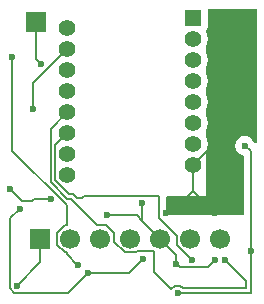
<source format=gbr>
%TF.GenerationSoftware,KiCad,Pcbnew,9.0.5*%
%TF.CreationDate,2025-11-21T21:53:36+01:00*%
%TF.ProjectId,keyballTrackballPCB,6b657962-616c-46c5-9472-61636b62616c,1.0*%
%TF.SameCoordinates,Original*%
%TF.FileFunction,Copper,L2,Bot*%
%TF.FilePolarity,Positive*%
%FSLAX46Y46*%
G04 Gerber Fmt 4.6, Leading zero omitted, Abs format (unit mm)*
G04 Created by KiCad (PCBNEW 9.0.5) date 2025-11-21 21:53:36*
%MOMM*%
%LPD*%
G01*
G04 APERTURE LIST*
%TA.AperFunction,ComponentPad*%
%ADD10R,1.700000X1.700000*%
%TD*%
%TA.AperFunction,ComponentPad*%
%ADD11R,1.400000X1.400000*%
%TD*%
%TA.AperFunction,ComponentPad*%
%ADD12C,1.400000*%
%TD*%
%TA.AperFunction,ComponentPad*%
%ADD13C,1.700000*%
%TD*%
%TA.AperFunction,ViaPad*%
%ADD14C,0.600000*%
%TD*%
%TA.AperFunction,Conductor*%
%ADD15C,0.200000*%
%TD*%
G04 APERTURE END LIST*
D10*
%TO.P,J2,1,Pin_1*%
%TO.N,/1.9V*%
X87000000Y-81200000D03*
%TD*%
D11*
%TO.P,U4,1,NC*%
%TO.N,unconnected-(U4-NC-Pad1)*%
X100350000Y-80880000D03*
D12*
%TO.P,U4,2,NC*%
%TO.N,unconnected-(U4-NC-Pad2)*%
X100350000Y-82660000D03*
%TO.P,U4,3,VDDPIX*%
%TO.N,Net-(U4-VDDPIX)*%
X100350000Y-84440000D03*
%TO.P,U4,4,VDD*%
%TO.N,/1.9V*%
X100350000Y-86220000D03*
%TO.P,U4,5,VDDIO*%
%TO.N,Net-(U4-VDDIO)*%
X100350000Y-88000000D03*
%TO.P,U4,6,NC*%
%TO.N,unconnected-(U4-NC-Pad6)*%
X100350000Y-89780000D03*
%TO.P,U4,7,~{NRESET}*%
%TO.N,Net-(U4-~{NRESET})*%
X100350000Y-91560000D03*
%TO.P,U4,8,GND*%
%TO.N,GND*%
X100350000Y-93340000D03*
%TO.P,U4,9,MOTION*%
%TO.N,unconnected-(U4-MOTION-Pad9)*%
X89650000Y-94230000D03*
%TO.P,U4,10,SCLK*%
%TO.N,Net-(U2-A1)*%
X89650000Y-92450000D03*
%TO.P,U4,11,MOSI*%
%TO.N,Net-(U3-A1)*%
X89650000Y-90670000D03*
%TO.P,U4,12,MISO*%
%TO.N,Net-(U3-A2)*%
X89650000Y-88890000D03*
%TO.P,U4,13,~{NCS}*%
%TO.N,Net-(U4-~{NCS})*%
X89650000Y-87110000D03*
%TO.P,U4,14,NC*%
%TO.N,unconnected-(U4-NC-Pad14)*%
X89650000Y-85330000D03*
%TO.P,U4,15,LED_P*%
%TO.N,Net-(U4-LED_P)*%
X89650000Y-83550000D03*
%TO.P,U4,16,NC*%
%TO.N,unconnected-(U4-NC-Pad16)*%
X89650000Y-81770000D03*
%TD*%
D10*
%TO.P,J1,1,Pin_1*%
%TO.N,/SCLK*%
X87380000Y-99600000D03*
D13*
%TO.P,J1,2,Pin_2*%
%TO.N,/NCS*%
X89920000Y-99600000D03*
%TO.P,J1,3,Pin_3*%
%TO.N,GND*%
X92460000Y-99600000D03*
%TO.P,J1,4,Pin_4*%
%TO.N,/5V*%
X95000000Y-99600000D03*
%TO.P,J1,5,Pin_5*%
%TO.N,GND*%
X97540000Y-99600000D03*
%TO.P,J1,6,Pin_6*%
%TO.N,/MOSI*%
X100080000Y-99600000D03*
%TO.P,J1,7,Pin_7*%
%TO.N,/MISO*%
X102620000Y-99600000D03*
%TD*%
D14*
%TO.N,GND*%
X103800000Y-85800000D03*
X105399000Y-88600000D03*
X98000000Y-97400000D03*
X102200000Y-101400000D03*
X96000000Y-96600000D03*
X102200000Y-97400000D03*
X93000000Y-97600000D03*
X98900000Y-101700000D03*
%TO.N,/1.9V*%
X91400000Y-102500000D03*
X87400000Y-84800000D03*
X85627817Y-97027817D03*
X96100000Y-101300000D03*
%TO.N,Net-(U1-FB)*%
X105200000Y-100600000D03*
X99000000Y-104200000D03*
X104700000Y-91700000D03*
%TO.N,/SCLK*%
X85407118Y-103550000D03*
%TO.N,Net-(U2-A2)*%
X85012500Y-84187500D03*
X90600000Y-101800000D03*
%TO.N,Net-(U4-LED_P)*%
X86800000Y-88600000D03*
%TO.N,Net-(U4-~{NRESET})*%
X88245644Y-96224000D03*
X84801000Y-95400000D03*
%TO.N,Net-(U3-A2)*%
X103000000Y-101400000D03*
%TO.N,Net-(U3-A1)*%
X100200000Y-101400000D03*
%TD*%
D15*
%TO.N,GND*%
X105399000Y-88600000D02*
X103800000Y-87001000D01*
X96000000Y-98060000D02*
X97540000Y-99600000D01*
X103800000Y-89890000D02*
X100350000Y-93340000D01*
X98000000Y-97400000D02*
X98500000Y-97400000D01*
X101599000Y-102001000D02*
X99201000Y-102001000D01*
X93000000Y-97600000D02*
X95540000Y-97600000D01*
X100350000Y-95550000D02*
X102200000Y-97400000D01*
X98900000Y-101700000D02*
X98900000Y-100960000D01*
X95540000Y-97600000D02*
X96000000Y-98060000D01*
X96000000Y-96600000D02*
X96000000Y-98060000D01*
X103800000Y-87000000D02*
X103800000Y-89890000D01*
X99201000Y-102001000D02*
X98900000Y-101700000D01*
X103800000Y-87001000D02*
X103800000Y-87000000D01*
X98900000Y-100960000D02*
X97540000Y-99600000D01*
X102200000Y-101400000D02*
X101599000Y-102001000D01*
X98500000Y-97400000D02*
X100350000Y-95550000D01*
X100350000Y-93340000D02*
X100350000Y-95550000D01*
X103800000Y-87000000D02*
X103800000Y-85800000D01*
%TO.N,/1.9V*%
X89749000Y-104151000D02*
X85158175Y-104151000D01*
X85158175Y-104151000D02*
X84800000Y-103792825D01*
X87000000Y-84400000D02*
X87000000Y-81200000D01*
X87400000Y-84800000D02*
X87000000Y-84400000D01*
X84800000Y-103792825D02*
X84800000Y-97855634D01*
X84800000Y-97855634D02*
X85627817Y-97027817D01*
X91400000Y-102500000D02*
X89749000Y-104151000D01*
X91400000Y-102500000D02*
X94900000Y-102500000D01*
X94900000Y-102500000D02*
X96100000Y-101300000D01*
%TO.N,Net-(U1-FB)*%
X104700000Y-91700000D02*
X105200000Y-92200000D01*
X105200000Y-92200000D02*
X105200000Y-100600000D01*
X105200000Y-104200000D02*
X105200000Y-100600000D01*
X99000000Y-104200000D02*
X105200000Y-104200000D01*
%TO.N,/SCLK*%
X85407118Y-103550000D02*
X87380000Y-101577118D01*
X87380000Y-101577118D02*
X87380000Y-99600000D01*
%TO.N,Net-(U2-A2)*%
X89600000Y-96729828D02*
X85012500Y-92142328D01*
X89600000Y-100907760D02*
X89600000Y-100751000D01*
X89443240Y-100751000D02*
X88769000Y-100076760D01*
X88769000Y-99123240D02*
X89443240Y-98449000D01*
X89443240Y-98449000D02*
X89600000Y-98449000D01*
X88769000Y-100076760D02*
X88769000Y-99123240D01*
X85012500Y-92142328D02*
X85012500Y-84187500D01*
X89600000Y-100751000D02*
X89443240Y-100751000D01*
X90492240Y-101800000D02*
X89600000Y-100907760D01*
X90600000Y-101800000D02*
X90492240Y-101800000D01*
X89600000Y-98449000D02*
X89600000Y-96729828D01*
%TO.N,Net-(U4-LED_P)*%
X86800000Y-86400000D02*
X89650000Y-83550000D01*
X86800000Y-88600000D02*
X86800000Y-86400000D01*
%TO.N,Net-(U4-~{NRESET})*%
X86652375Y-96400000D02*
X85801000Y-96400000D01*
X88245644Y-96224000D02*
X86828375Y-96224000D01*
X85801000Y-96400000D02*
X84801000Y-95400000D01*
X86828375Y-96224000D02*
X86652375Y-96400000D01*
%TO.N,Net-(U3-A2)*%
X104799000Y-103199000D02*
X104799000Y-103799000D01*
X89983958Y-96201000D02*
X89638272Y-96201000D01*
X93611000Y-99123240D02*
X92936760Y-98449000D01*
X94523240Y-100751000D02*
X93611000Y-99838760D01*
X89983958Y-96211718D02*
X89983958Y-96201000D01*
X99248943Y-103599000D02*
X98751057Y-103599000D01*
X89638272Y-96201000D02*
X88248000Y-94810728D01*
X92221240Y-98449000D02*
X89983958Y-96211718D01*
X104799000Y-103799000D02*
X99448943Y-103799000D01*
X97000000Y-100687760D02*
X96912240Y-100600000D01*
X99448943Y-103799000D02*
X99248943Y-103599000D01*
X88248000Y-94810728D02*
X88248000Y-90292000D01*
X98751057Y-103599000D02*
X98474528Y-103875528D01*
X95476760Y-100751000D02*
X94523240Y-100751000D01*
X97000000Y-102401000D02*
X97000000Y-100687760D01*
X92936760Y-98449000D02*
X92221240Y-98449000D01*
X93611000Y-99838760D02*
X93611000Y-99123240D01*
X98474528Y-103875528D02*
X97000000Y-102401000D01*
X88248000Y-90292000D02*
X89650000Y-88890000D01*
X103000000Y-101400000D02*
X104799000Y-103199000D01*
X95627760Y-100600000D02*
X95476760Y-100751000D01*
X96912240Y-100600000D02*
X95627760Y-100600000D01*
%TO.N,Net-(U3-A1)*%
X89804372Y-95800000D02*
X88649000Y-94644628D01*
X98929000Y-99329000D02*
X97400000Y-97800000D01*
X88649000Y-91671000D02*
X89650000Y-90670000D01*
X100200000Y-101400000D02*
X98929000Y-100129000D01*
X88649000Y-94644628D02*
X88649000Y-91671000D01*
X90948942Y-96101000D02*
X90451058Y-96101000D01*
X97400000Y-97800000D02*
X97400000Y-96000000D01*
X98929000Y-100129000D02*
X98929000Y-99329000D01*
X97400000Y-96000000D02*
X91049942Y-96000000D01*
X90451058Y-96101000D02*
X90150058Y-95800000D01*
X90150058Y-95800000D02*
X89804372Y-95800000D01*
X91049942Y-96000000D02*
X90948942Y-96101000D01*
%TD*%
%TA.AperFunction,Conductor*%
%TO.N,GND*%
G36*
X105642539Y-80120185D02*
G01*
X105688294Y-80172989D01*
X105699500Y-80224500D01*
X105699500Y-91397809D01*
X105679815Y-91464848D01*
X105627011Y-91510603D01*
X105557853Y-91520547D01*
X105494297Y-91491522D01*
X105460939Y-91445261D01*
X105409397Y-91320827D01*
X105409390Y-91320814D01*
X105321789Y-91189711D01*
X105321786Y-91189707D01*
X105210292Y-91078213D01*
X105210288Y-91078210D01*
X105079185Y-90990609D01*
X105079172Y-90990602D01*
X104933501Y-90930264D01*
X104933489Y-90930261D01*
X104778845Y-90899500D01*
X104778842Y-90899500D01*
X104621158Y-90899500D01*
X104621155Y-90899500D01*
X104466510Y-90930261D01*
X104466498Y-90930264D01*
X104320827Y-90990602D01*
X104320814Y-90990609D01*
X104189711Y-91078210D01*
X104189707Y-91078213D01*
X104078213Y-91189707D01*
X104078210Y-91189711D01*
X103990609Y-91320814D01*
X103990602Y-91320827D01*
X103930264Y-91466498D01*
X103930261Y-91466510D01*
X103899500Y-91621153D01*
X103899500Y-91778846D01*
X103930261Y-91933489D01*
X103930264Y-91933501D01*
X103990602Y-92079172D01*
X103990609Y-92079185D01*
X104078210Y-92210288D01*
X104078213Y-92210292D01*
X104189707Y-92321786D01*
X104189711Y-92321789D01*
X104320814Y-92409390D01*
X104320827Y-92409397D01*
X104408230Y-92445599D01*
X104466503Y-92469737D01*
X104499691Y-92476338D01*
X104561600Y-92508721D01*
X104596176Y-92569436D01*
X104599500Y-92597955D01*
X104599500Y-97476000D01*
X104579815Y-97543039D01*
X104527011Y-97588794D01*
X104475500Y-97600000D01*
X98124500Y-97600000D01*
X98057461Y-97580315D01*
X98011706Y-97527511D01*
X98000500Y-97476000D01*
X98000500Y-96124000D01*
X98020185Y-96056961D01*
X98072989Y-96011206D01*
X98124500Y-96000000D01*
X101400000Y-96000000D01*
X101400000Y-92173357D01*
X101413514Y-92117063D01*
X101462547Y-92020832D01*
X101520940Y-91841118D01*
X101530803Y-91778846D01*
X101550500Y-91654486D01*
X101550500Y-91465513D01*
X101520940Y-91278881D01*
X101462544Y-91099160D01*
X101413515Y-91002935D01*
X101400000Y-90946641D01*
X101400000Y-90393357D01*
X101413514Y-90337063D01*
X101462547Y-90240832D01*
X101520940Y-90061118D01*
X101550500Y-89874486D01*
X101550500Y-89685513D01*
X101520940Y-89498881D01*
X101462544Y-89319160D01*
X101413515Y-89222935D01*
X101400000Y-89166641D01*
X101400000Y-88613357D01*
X101413514Y-88557063D01*
X101462547Y-88460832D01*
X101520940Y-88281118D01*
X101550500Y-88094486D01*
X101550500Y-87905513D01*
X101520940Y-87718881D01*
X101462544Y-87539160D01*
X101413515Y-87442935D01*
X101400000Y-87386641D01*
X101400000Y-86833357D01*
X101413514Y-86777063D01*
X101462547Y-86680832D01*
X101520940Y-86501118D01*
X101550500Y-86314486D01*
X101550500Y-86125513D01*
X101520940Y-85938881D01*
X101462544Y-85759160D01*
X101413515Y-85662935D01*
X101400000Y-85606641D01*
X101400000Y-85053357D01*
X101413514Y-84997063D01*
X101462547Y-84900832D01*
X101520940Y-84721118D01*
X101550500Y-84534486D01*
X101550500Y-84345513D01*
X101520940Y-84158881D01*
X101462544Y-83979160D01*
X101413515Y-83882935D01*
X101400000Y-83826641D01*
X101400000Y-83273357D01*
X101413514Y-83217063D01*
X101462547Y-83120832D01*
X101520940Y-82941118D01*
X101550500Y-82754486D01*
X101550500Y-82565513D01*
X101520940Y-82378881D01*
X101462544Y-82199160D01*
X101413515Y-82102935D01*
X101410393Y-82089932D01*
X101405023Y-82081576D01*
X101400000Y-82046641D01*
X101400000Y-81988897D01*
X101419685Y-81921858D01*
X101424726Y-81914596D01*
X101493796Y-81822331D01*
X101544091Y-81687483D01*
X101550500Y-81627873D01*
X101550499Y-80224499D01*
X101570184Y-80157461D01*
X101622987Y-80111706D01*
X101674499Y-80100500D01*
X105575500Y-80100500D01*
X105642539Y-80120185D01*
G37*
%TD.AperFunction*%
%TD*%
M02*

</source>
